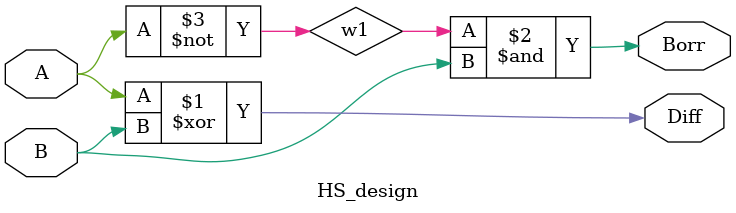
<source format=v>
module HS_design(
    input A,
    input B,
    output Diff,
    output Borr
    );
    wire w1;
    xor (Diff, A, B);
    not (w1, A);
    and (Borr, w1, B);
endmodule
</source>
